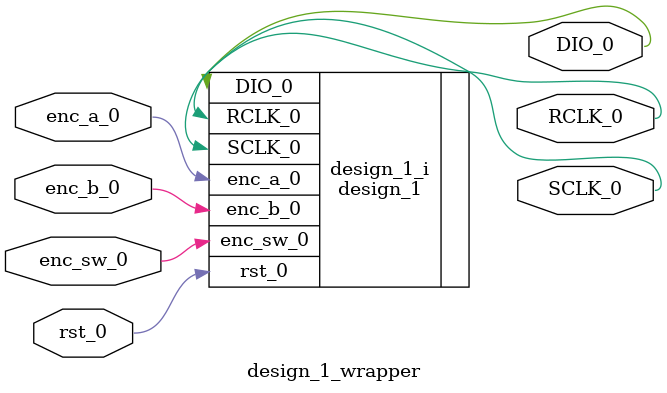
<source format=v>
`timescale 1 ps / 1 ps

module design_1_wrapper
   (DIO_0,
    RCLK_0,
    SCLK_0,
    enc_a_0,
    enc_b_0,
    enc_sw_0,
    rst_0);
  output DIO_0;
  output RCLK_0;
  output SCLK_0;
  input enc_a_0;
  input enc_b_0;
  input enc_sw_0;
  input rst_0;

  wire DIO_0;
  wire RCLK_0;
  wire SCLK_0;
  wire enc_a_0;
  wire enc_b_0;
  wire enc_sw_0;
  wire rst_0;

  design_1 design_1_i
       (.DIO_0(DIO_0),
        .RCLK_0(RCLK_0),
        .SCLK_0(SCLK_0),
        .enc_a_0(enc_a_0),
        .enc_b_0(enc_b_0),
        .enc_sw_0(enc_sw_0),
        .rst_0(rst_0));
endmodule

</source>
